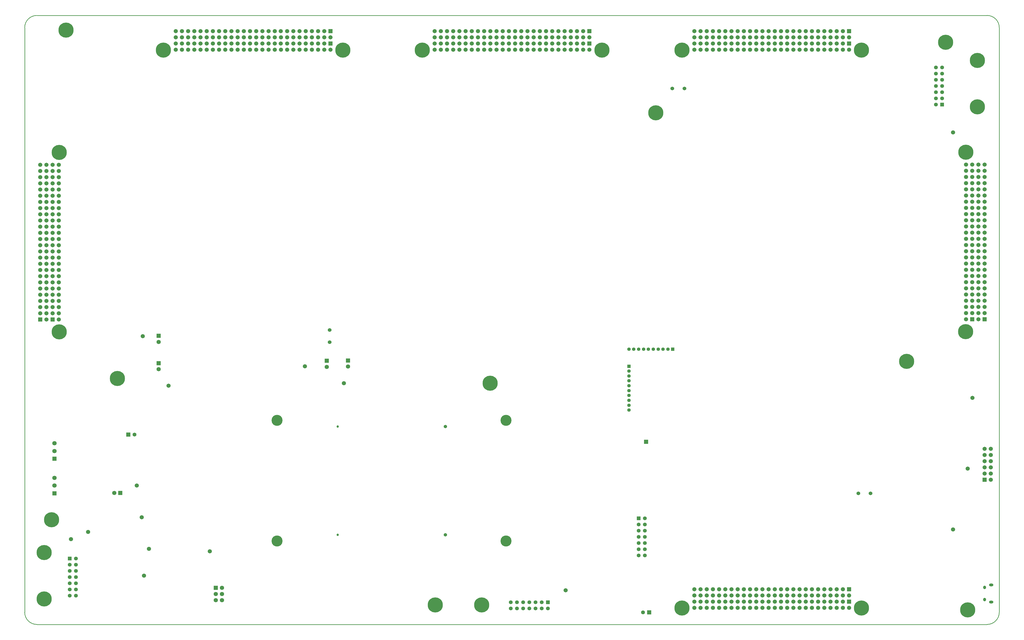
<source format=gbs>
G04*
G04 #@! TF.GenerationSoftware,Altium Limited,Altium Designer,20.0.13 (296)*
G04*
G04 Layer_Color=16711935*
%FSLAX25Y25*%
%MOIN*%
G70*
G01*
G75*
%ADD19C,0.01000*%
%ADD85R,0.06706X0.06706*%
%ADD100C,0.06706*%
%ADD101C,0.06824*%
%ADD102R,0.06824X0.06824*%
%ADD103C,0.07119*%
%ADD104R,0.07119X0.07119*%
%ADD105R,0.06194X0.06194*%
%ADD106C,0.06194*%
%ADD107C,0.05599*%
%ADD108R,0.05599X0.05599*%
%ADD109C,0.05997*%
%ADD110C,0.06304*%
%ADD111R,0.07099X0.07099*%
%ADD112R,0.07099X0.07099*%
%ADD113C,0.24422*%
%ADD114C,0.03800*%
%ADD115C,0.05398*%
%ADD116C,0.17800*%
%ADD117O,0.04540X0.05721*%
%ADD118O,0.07099X0.04343*%
%ADD119R,0.06800X0.06800*%
%ADD120C,0.06800*%
%ADD121R,0.06706X0.06706*%
%ADD122R,0.06194X0.06194*%
%ADD123R,0.05599X0.05599*%
%ADD124R,0.06800X0.06800*%
D19*
X19685Y984252D02*
G03*
X0Y964567I0J-19685D01*
G01*
X0Y19685D02*
G03*
X19685Y0I19685J0D01*
G01*
X1555118Y0D02*
G03*
X1574803Y19685I0J19685D01*
G01*
X1574803Y964567D02*
G03*
X1555118Y984252I-19685J0D01*
G01*
X19685D02*
X1555118D01*
X19685Y0D02*
X1555118D01*
X0Y19685D02*
Y964567D01*
X1574803Y19685D02*
Y964567D01*
D85*
X25118Y492913D02*
D03*
X45098D02*
D03*
X1531143Y493129D02*
D03*
X1551123D02*
D03*
X1551181Y233780D02*
D03*
D100*
X192913Y78740D02*
D03*
X35118Y732913D02*
D03*
X25118D02*
D03*
X35118Y722913D02*
D03*
X25118D02*
D03*
X35118Y712913D02*
D03*
X25118D02*
D03*
X35118Y702913D02*
D03*
X25118D02*
D03*
X35118Y692913D02*
D03*
X25118D02*
D03*
X35118Y682913D02*
D03*
X25118D02*
D03*
X35118Y672913D02*
D03*
X25118D02*
D03*
X35118Y662913D02*
D03*
X25118D02*
D03*
X35118Y652913D02*
D03*
X25118D02*
D03*
X35118Y642913D02*
D03*
X25118D02*
D03*
X35118Y632913D02*
D03*
X25118D02*
D03*
X35118Y622913D02*
D03*
X25118D02*
D03*
X35118Y612913D02*
D03*
X25118D02*
D03*
X35118Y602913D02*
D03*
X25118D02*
D03*
X35118Y592913D02*
D03*
X25118D02*
D03*
X35118Y582913D02*
D03*
X25118D02*
D03*
X35118Y572913D02*
D03*
X25118Y573012D02*
D03*
X35118Y562913D02*
D03*
X25118D02*
D03*
X35118Y552913D02*
D03*
X25118D02*
D03*
X35118Y542913D02*
D03*
X25118D02*
D03*
X35118Y532913D02*
D03*
X25118D02*
D03*
X35118Y522913D02*
D03*
X25118D02*
D03*
X35118Y512913D02*
D03*
X25118D02*
D03*
X35118Y502913D02*
D03*
X25118D02*
D03*
X35118Y492913D02*
D03*
X25118Y742913D02*
D03*
X35118D02*
D03*
X55118D02*
D03*
X45118D02*
D03*
X55118Y492913D02*
D03*
X45118Y502913D02*
D03*
X55118D02*
D03*
X45118Y512913D02*
D03*
X55118D02*
D03*
X45118Y522913D02*
D03*
X55118D02*
D03*
X45098Y532913D02*
D03*
X55118D02*
D03*
X45098Y542913D02*
D03*
X55118D02*
D03*
X45118Y552913D02*
D03*
X55118D02*
D03*
X45118Y562913D02*
D03*
X55118D02*
D03*
X45118Y573012D02*
D03*
X55118Y572913D02*
D03*
X45118Y582913D02*
D03*
X55118D02*
D03*
X45118Y592913D02*
D03*
X55118D02*
D03*
X45118Y602913D02*
D03*
X55118D02*
D03*
X45118Y612913D02*
D03*
X55118D02*
D03*
X45118Y622913D02*
D03*
X55118D02*
D03*
X45118Y632913D02*
D03*
X55118D02*
D03*
X45118Y642913D02*
D03*
X55118D02*
D03*
X45118Y652913D02*
D03*
X55118D02*
D03*
X45118Y662913D02*
D03*
X55118D02*
D03*
X45118Y672913D02*
D03*
X55118D02*
D03*
X45118Y682913D02*
D03*
X55118D02*
D03*
X45118Y692913D02*
D03*
X55118D02*
D03*
X45118Y702913D02*
D03*
X55118D02*
D03*
X45118Y712913D02*
D03*
X55118D02*
D03*
X45118Y722913D02*
D03*
X55118D02*
D03*
X45118Y732913D02*
D03*
X55118D02*
D03*
X1521123Y733130D02*
D03*
X1531123D02*
D03*
X1521123Y723130D02*
D03*
X1531123D02*
D03*
X1521123Y713130D02*
D03*
X1531123D02*
D03*
X1521123Y703129D02*
D03*
X1531123D02*
D03*
X1521123Y693129D02*
D03*
X1531123D02*
D03*
X1521123Y683130D02*
D03*
X1531123D02*
D03*
X1521123Y673130D02*
D03*
X1531123D02*
D03*
X1521123Y663130D02*
D03*
X1531123D02*
D03*
X1521123Y653129D02*
D03*
X1531123D02*
D03*
X1521123Y643129D02*
D03*
X1531123D02*
D03*
X1521123Y633130D02*
D03*
X1531123D02*
D03*
X1521123Y623130D02*
D03*
X1531123D02*
D03*
X1521123Y613130D02*
D03*
X1531123D02*
D03*
X1521123Y603129D02*
D03*
X1531123D02*
D03*
X1521123Y593129D02*
D03*
X1531123D02*
D03*
X1521123Y583130D02*
D03*
X1531123D02*
D03*
X1521123Y573130D02*
D03*
X1531123Y573228D02*
D03*
X1521123Y563130D02*
D03*
X1531123D02*
D03*
X1521123Y553129D02*
D03*
X1531123D02*
D03*
X1521123Y543129D02*
D03*
X1531143D02*
D03*
X1521123Y533130D02*
D03*
X1531143D02*
D03*
X1521123Y523130D02*
D03*
X1531123D02*
D03*
X1521123Y513130D02*
D03*
X1531123D02*
D03*
X1521123Y503129D02*
D03*
X1531123D02*
D03*
X1521123Y493129D02*
D03*
X1531123Y743129D02*
D03*
X1521123D02*
D03*
X1541123D02*
D03*
X1551123D02*
D03*
X1541123Y493129D02*
D03*
X1551123Y503129D02*
D03*
X1541123D02*
D03*
X1551123Y513130D02*
D03*
X1541123D02*
D03*
X1551123Y523130D02*
D03*
X1541123D02*
D03*
X1551123Y533130D02*
D03*
X1541123D02*
D03*
X1551123Y543129D02*
D03*
X1541123D02*
D03*
X1551123Y553129D02*
D03*
X1541123D02*
D03*
X1551123Y563130D02*
D03*
X1541123D02*
D03*
X1551123Y573228D02*
D03*
X1541123Y573130D02*
D03*
X1551123Y583130D02*
D03*
X1541123D02*
D03*
X1551123Y593129D02*
D03*
X1541123D02*
D03*
X1551123Y603129D02*
D03*
X1541123D02*
D03*
X1551123Y613130D02*
D03*
X1541123D02*
D03*
X1551123Y623130D02*
D03*
X1541123D02*
D03*
X1551123Y633130D02*
D03*
X1541123D02*
D03*
X1551123Y643129D02*
D03*
X1541123D02*
D03*
X1551123Y653129D02*
D03*
X1541123D02*
D03*
X1551123Y663130D02*
D03*
X1541123D02*
D03*
X1551123Y673130D02*
D03*
X1541123D02*
D03*
X1551123Y683130D02*
D03*
X1541123D02*
D03*
X1551123Y693129D02*
D03*
X1541123D02*
D03*
X1551123Y703129D02*
D03*
X1541123D02*
D03*
X1551123Y713130D02*
D03*
X1541123D02*
D03*
X1551123Y723130D02*
D03*
X1541123D02*
D03*
X1551123Y733130D02*
D03*
X1541123D02*
D03*
X1551181Y243779D02*
D03*
Y253780D02*
D03*
Y263779D02*
D03*
Y273780D02*
D03*
Y283780D02*
D03*
X1561181Y233780D02*
D03*
Y243779D02*
D03*
Y253780D02*
D03*
Y263779D02*
D03*
Y273780D02*
D03*
Y283780D02*
D03*
X672598Y928819D02*
D03*
Y938819D02*
D03*
X682598Y928819D02*
D03*
Y938819D02*
D03*
X692598Y928819D02*
D03*
Y938819D02*
D03*
X702598Y928819D02*
D03*
Y938819D02*
D03*
X712598Y928819D02*
D03*
Y938819D02*
D03*
X722598Y928819D02*
D03*
Y938819D02*
D03*
X732598Y928819D02*
D03*
Y938819D02*
D03*
X742598Y928819D02*
D03*
Y938819D02*
D03*
X752598Y928819D02*
D03*
Y938819D02*
D03*
X762598Y928819D02*
D03*
Y938819D02*
D03*
X772598Y928819D02*
D03*
Y938819D02*
D03*
X782598Y928819D02*
D03*
Y938819D02*
D03*
X792598Y928819D02*
D03*
Y938819D02*
D03*
X802598Y928819D02*
D03*
Y938819D02*
D03*
X812598Y928819D02*
D03*
Y938819D02*
D03*
X822598Y928819D02*
D03*
Y938819D02*
D03*
X832598Y928819D02*
D03*
X832500Y938819D02*
D03*
X842598Y928819D02*
D03*
Y938819D02*
D03*
X852598Y928819D02*
D03*
Y938819D02*
D03*
X862598Y928819D02*
D03*
Y938839D02*
D03*
X872598Y928819D02*
D03*
Y938839D02*
D03*
X882598Y928819D02*
D03*
Y938819D02*
D03*
X892598Y928819D02*
D03*
Y938819D02*
D03*
X902598Y928819D02*
D03*
Y938819D02*
D03*
X912598Y928819D02*
D03*
X662598Y938819D02*
D03*
Y928819D02*
D03*
Y948819D02*
D03*
Y958819D02*
D03*
X912598Y948819D02*
D03*
X902598Y958819D02*
D03*
Y948819D02*
D03*
X892598Y958819D02*
D03*
Y948819D02*
D03*
X882598Y958819D02*
D03*
Y948819D02*
D03*
X872598Y958819D02*
D03*
Y948819D02*
D03*
X862598Y958819D02*
D03*
Y948819D02*
D03*
X852598Y958819D02*
D03*
Y948819D02*
D03*
X842598Y958819D02*
D03*
Y948819D02*
D03*
X832500Y958819D02*
D03*
X832598Y948819D02*
D03*
X822598Y958819D02*
D03*
Y948819D02*
D03*
X812598Y958819D02*
D03*
Y948819D02*
D03*
X802598Y958819D02*
D03*
Y948819D02*
D03*
X792598Y958819D02*
D03*
Y948819D02*
D03*
X782598Y958819D02*
D03*
Y948819D02*
D03*
X772598Y958819D02*
D03*
Y948819D02*
D03*
X762598Y958819D02*
D03*
Y948819D02*
D03*
X752598Y958819D02*
D03*
Y948819D02*
D03*
X742598Y958819D02*
D03*
Y948819D02*
D03*
X732598Y958819D02*
D03*
Y948819D02*
D03*
X722598Y958819D02*
D03*
Y948819D02*
D03*
X712598Y958819D02*
D03*
Y948819D02*
D03*
X702598Y958819D02*
D03*
Y948819D02*
D03*
X692598Y958819D02*
D03*
Y948819D02*
D03*
X682598Y958819D02*
D03*
Y948819D02*
D03*
X672598Y958819D02*
D03*
Y948819D02*
D03*
X1092047Y928819D02*
D03*
Y938819D02*
D03*
X1102047Y928819D02*
D03*
Y938819D02*
D03*
X1112047Y928819D02*
D03*
Y938819D02*
D03*
X1122047Y928819D02*
D03*
Y938819D02*
D03*
X1132047Y928819D02*
D03*
Y938819D02*
D03*
X1142047Y928819D02*
D03*
Y938819D02*
D03*
X1152047Y928819D02*
D03*
Y938819D02*
D03*
X1162047Y928819D02*
D03*
Y938819D02*
D03*
X1172047Y928819D02*
D03*
Y938819D02*
D03*
X1182047Y928819D02*
D03*
Y938819D02*
D03*
X1192047Y928819D02*
D03*
Y938819D02*
D03*
X1202047Y928819D02*
D03*
Y938819D02*
D03*
X1212047Y928819D02*
D03*
Y938819D02*
D03*
X1222047Y928819D02*
D03*
Y938819D02*
D03*
X1232047Y928819D02*
D03*
Y938819D02*
D03*
X1242047Y928819D02*
D03*
Y938819D02*
D03*
X1252047Y928819D02*
D03*
X1251949Y938819D02*
D03*
X1262047Y928819D02*
D03*
Y938819D02*
D03*
X1272047Y928819D02*
D03*
Y938819D02*
D03*
X1282047Y928819D02*
D03*
Y938839D02*
D03*
X1292047Y928819D02*
D03*
Y938839D02*
D03*
X1302047Y928819D02*
D03*
Y938819D02*
D03*
X1312047Y928819D02*
D03*
Y938819D02*
D03*
X1322047Y928819D02*
D03*
Y938819D02*
D03*
X1332047Y928819D02*
D03*
X1082047Y938819D02*
D03*
Y928819D02*
D03*
Y948819D02*
D03*
Y958819D02*
D03*
X1332047Y948819D02*
D03*
X1322047Y958819D02*
D03*
Y948819D02*
D03*
X1312047Y958819D02*
D03*
Y948819D02*
D03*
X1302047Y958819D02*
D03*
Y948819D02*
D03*
X1292047Y958819D02*
D03*
Y948819D02*
D03*
X1282047Y958819D02*
D03*
Y948819D02*
D03*
X1272047Y958819D02*
D03*
Y948819D02*
D03*
X1262047Y958819D02*
D03*
Y948819D02*
D03*
X1251949Y958819D02*
D03*
X1252047Y948819D02*
D03*
X1242047Y958819D02*
D03*
Y948819D02*
D03*
X1232047Y958819D02*
D03*
Y948819D02*
D03*
X1222047Y958819D02*
D03*
Y948819D02*
D03*
X1212047Y958819D02*
D03*
Y948819D02*
D03*
X1202047Y958819D02*
D03*
Y948819D02*
D03*
X1192047Y958819D02*
D03*
Y948819D02*
D03*
X1182047Y958819D02*
D03*
Y948819D02*
D03*
X1172047Y958819D02*
D03*
Y948819D02*
D03*
X1162047Y958819D02*
D03*
Y948819D02*
D03*
X1152047Y958819D02*
D03*
Y948819D02*
D03*
X1142047Y958819D02*
D03*
Y948819D02*
D03*
X1132047Y958819D02*
D03*
Y948819D02*
D03*
X1122047Y958819D02*
D03*
Y948819D02*
D03*
X1112047Y958819D02*
D03*
Y948819D02*
D03*
X1102047Y958819D02*
D03*
Y948819D02*
D03*
X1092047Y958819D02*
D03*
Y948819D02*
D03*
X1092159Y26942D02*
D03*
Y36942D02*
D03*
X1102159Y26942D02*
D03*
Y36942D02*
D03*
X1112159Y26942D02*
D03*
Y36942D02*
D03*
X1122159Y26942D02*
D03*
Y36942D02*
D03*
X1132159Y26942D02*
D03*
Y36942D02*
D03*
X1142159Y26942D02*
D03*
Y36942D02*
D03*
X1152159Y26942D02*
D03*
Y36942D02*
D03*
X1162159Y26942D02*
D03*
Y36942D02*
D03*
X1172159Y26942D02*
D03*
Y36942D02*
D03*
X1182159Y26942D02*
D03*
Y36942D02*
D03*
X1192159Y26942D02*
D03*
Y36942D02*
D03*
X1202159Y26942D02*
D03*
Y36942D02*
D03*
X1212159Y26942D02*
D03*
Y36942D02*
D03*
X1222159Y26942D02*
D03*
Y36942D02*
D03*
X1232159Y26942D02*
D03*
Y36942D02*
D03*
X1242159Y26942D02*
D03*
Y36942D02*
D03*
X1252159Y26942D02*
D03*
X1252060Y36942D02*
D03*
X1262159Y26942D02*
D03*
Y36942D02*
D03*
X1272159Y26942D02*
D03*
Y36942D02*
D03*
X1282159Y26942D02*
D03*
Y36961D02*
D03*
X1292159Y26942D02*
D03*
Y36961D02*
D03*
X1302159Y26942D02*
D03*
Y36942D02*
D03*
X1312159Y26942D02*
D03*
Y36942D02*
D03*
X1322159Y26942D02*
D03*
Y36942D02*
D03*
X1332159Y26942D02*
D03*
X1082159Y36942D02*
D03*
Y26942D02*
D03*
Y46942D02*
D03*
Y56942D02*
D03*
X1332159Y46942D02*
D03*
X1322159Y56942D02*
D03*
Y46942D02*
D03*
X1312159Y56942D02*
D03*
Y46942D02*
D03*
X1302159Y56942D02*
D03*
Y46942D02*
D03*
X1292159Y56942D02*
D03*
Y46942D02*
D03*
X1282159Y56942D02*
D03*
Y46942D02*
D03*
X1272159Y56942D02*
D03*
Y46942D02*
D03*
X1262159Y56942D02*
D03*
Y46942D02*
D03*
X1252060Y56942D02*
D03*
X1252159Y46942D02*
D03*
X1242159Y56942D02*
D03*
Y46942D02*
D03*
X1232159Y56942D02*
D03*
Y46942D02*
D03*
X1222159Y56942D02*
D03*
Y46942D02*
D03*
X1212159Y56942D02*
D03*
Y46942D02*
D03*
X1202159Y56942D02*
D03*
Y46942D02*
D03*
X1192159Y56942D02*
D03*
Y46942D02*
D03*
X1182159Y56942D02*
D03*
Y46942D02*
D03*
X1172159Y56942D02*
D03*
Y46942D02*
D03*
X1162159Y56942D02*
D03*
Y46942D02*
D03*
X1152159Y56942D02*
D03*
Y46942D02*
D03*
X1142159Y56942D02*
D03*
Y46942D02*
D03*
X1132159Y56942D02*
D03*
Y46942D02*
D03*
X1122159Y56942D02*
D03*
Y46942D02*
D03*
X1112159Y56942D02*
D03*
Y46942D02*
D03*
X1102159Y56942D02*
D03*
Y46942D02*
D03*
X1092159Y56942D02*
D03*
Y46942D02*
D03*
X254016Y928819D02*
D03*
Y938819D02*
D03*
X264016Y928819D02*
D03*
Y938819D02*
D03*
X274016Y928819D02*
D03*
Y938819D02*
D03*
X284016Y928819D02*
D03*
Y938819D02*
D03*
X294016Y928819D02*
D03*
Y938819D02*
D03*
X304016Y928819D02*
D03*
Y938819D02*
D03*
X314016Y928819D02*
D03*
Y938819D02*
D03*
X324016Y928819D02*
D03*
Y938819D02*
D03*
X334016Y928819D02*
D03*
Y938819D02*
D03*
X344016Y928819D02*
D03*
Y938819D02*
D03*
X354016Y928819D02*
D03*
Y938819D02*
D03*
X364016Y928819D02*
D03*
Y938819D02*
D03*
X374016Y928819D02*
D03*
Y938819D02*
D03*
X384016Y928819D02*
D03*
Y938819D02*
D03*
X394016Y928819D02*
D03*
Y938819D02*
D03*
X404016Y928819D02*
D03*
Y938819D02*
D03*
X414016Y928819D02*
D03*
X413917Y938819D02*
D03*
X424016Y928819D02*
D03*
Y938819D02*
D03*
X434016Y928819D02*
D03*
Y938819D02*
D03*
X444016Y928819D02*
D03*
Y938839D02*
D03*
X454016Y928819D02*
D03*
Y938839D02*
D03*
X464016Y928819D02*
D03*
Y938819D02*
D03*
X474016Y928819D02*
D03*
Y938819D02*
D03*
X484016Y928819D02*
D03*
Y938819D02*
D03*
X494016Y928819D02*
D03*
X244016Y938819D02*
D03*
Y928819D02*
D03*
Y948819D02*
D03*
Y958819D02*
D03*
X494016Y948819D02*
D03*
X484016Y958819D02*
D03*
Y948819D02*
D03*
X474016Y958819D02*
D03*
Y948819D02*
D03*
X464016Y958819D02*
D03*
Y948819D02*
D03*
X454016Y958819D02*
D03*
Y948819D02*
D03*
X444016Y958819D02*
D03*
Y948819D02*
D03*
X434016Y958819D02*
D03*
Y948819D02*
D03*
X424016Y958819D02*
D03*
Y948819D02*
D03*
X413917Y958819D02*
D03*
X414016Y948819D02*
D03*
X404016Y958819D02*
D03*
Y948819D02*
D03*
X394016Y958819D02*
D03*
Y948819D02*
D03*
X384016Y958819D02*
D03*
Y948819D02*
D03*
X374016Y958819D02*
D03*
Y948819D02*
D03*
X364016Y958819D02*
D03*
Y948819D02*
D03*
X354016Y958819D02*
D03*
Y948819D02*
D03*
X344016Y958819D02*
D03*
Y948819D02*
D03*
X334016Y958819D02*
D03*
Y948819D02*
D03*
X324016Y958819D02*
D03*
Y948819D02*
D03*
X314016Y958819D02*
D03*
Y948819D02*
D03*
X304016Y958819D02*
D03*
Y948819D02*
D03*
X294016Y958819D02*
D03*
Y948819D02*
D03*
X284016Y958819D02*
D03*
Y948819D02*
D03*
X274016Y958819D02*
D03*
Y948819D02*
D03*
X264016Y958819D02*
D03*
Y948819D02*
D03*
X254016Y958819D02*
D03*
Y948819D02*
D03*
X102362Y149606D02*
D03*
X188976Y173228D02*
D03*
X200787Y122047D02*
D03*
X74803Y137795D02*
D03*
X1500000Y153543D02*
D03*
X299213Y118110D02*
D03*
X1523622Y251717D02*
D03*
X1531496Y366142D02*
D03*
X232535Y385827D02*
D03*
X190782Y465737D02*
D03*
X452756Y417323D02*
D03*
X874016Y55118D02*
D03*
X1500000Y795276D02*
D03*
X515748Y389764D02*
D03*
X181102Y224410D02*
D03*
D101*
X318898Y49055D02*
D03*
Y39055D02*
D03*
X308898Y49055D02*
D03*
Y39055D02*
D03*
X318898Y59055D02*
D03*
D102*
X308898D02*
D03*
D103*
X48207Y237008D02*
D03*
Y224410D02*
D03*
X48185Y292913D02*
D03*
Y280315D02*
D03*
D104*
X48207Y211811D02*
D03*
X48185Y267717D02*
D03*
D105*
X1482442Y840079D02*
D03*
X72677Y106614D02*
D03*
X992126Y171417D02*
D03*
D106*
X1472442Y840079D02*
D03*
X1482442Y850079D02*
D03*
X1472442D02*
D03*
X1482442Y860079D02*
D03*
X1472442D02*
D03*
X1482442Y870079D02*
D03*
X1472442D02*
D03*
X1482442Y880079D02*
D03*
X1472442D02*
D03*
X1482442Y890079D02*
D03*
X1472442D02*
D03*
X1482442Y900079D02*
D03*
X1472442D02*
D03*
X82677Y106614D02*
D03*
X72677Y96614D02*
D03*
X82677D02*
D03*
X72677Y86614D02*
D03*
X82677D02*
D03*
X72677Y76614D02*
D03*
X82677D02*
D03*
X72677Y66614D02*
D03*
X82677D02*
D03*
X72677Y56614D02*
D03*
X82677D02*
D03*
X72677Y46614D02*
D03*
X82677D02*
D03*
X845273Y25708D02*
D03*
X835273Y35708D02*
D03*
Y25708D02*
D03*
X825272Y35708D02*
D03*
Y25708D02*
D03*
X815273Y35708D02*
D03*
Y25708D02*
D03*
X805272Y35708D02*
D03*
Y25708D02*
D03*
X795272Y35708D02*
D03*
Y25708D02*
D03*
X785273Y35708D02*
D03*
Y25708D02*
D03*
X1002126Y171417D02*
D03*
X992126Y161417D02*
D03*
X1002126D02*
D03*
X992126Y151417D02*
D03*
X1002126D02*
D03*
X992126Y141417D02*
D03*
X1002126D02*
D03*
X992126Y131417D02*
D03*
X1002126D02*
D03*
X992126Y121417D02*
D03*
X1002126D02*
D03*
X992126Y111417D02*
D03*
X1002126D02*
D03*
D107*
X976378Y346457D02*
D03*
Y354331D02*
D03*
Y362205D02*
D03*
Y370079D02*
D03*
Y377953D02*
D03*
Y385827D02*
D03*
Y393701D02*
D03*
Y401575D02*
D03*
Y409449D02*
D03*
X1039370Y444882D02*
D03*
X1031496D02*
D03*
X1023622D02*
D03*
X1015748D02*
D03*
X1007874D02*
D03*
X1000000D02*
D03*
X992126D02*
D03*
X984252D02*
D03*
X976378D02*
D03*
D108*
Y417323D02*
D03*
D109*
X1046370Y866112D02*
D03*
X1066055Y866151D02*
D03*
X492908Y456227D02*
D03*
X492869Y475913D02*
D03*
X1366645Y211819D02*
D03*
X1346960Y211779D02*
D03*
D110*
X998937Y19685D02*
D03*
X177326Y306981D02*
D03*
D111*
X1008937Y19685D02*
D03*
X167326Y306981D02*
D03*
D112*
X1003937Y295276D02*
D03*
D113*
X55665Y472866D02*
D03*
X55610Y762959D02*
D03*
X1520631Y763175D02*
D03*
X1520576Y473082D02*
D03*
X66929Y960630D02*
D03*
X1539370Y911516D02*
D03*
Y836516D02*
D03*
X642553Y928327D02*
D03*
X932646Y928272D02*
D03*
X1062002Y928327D02*
D03*
X1352094Y928272D02*
D03*
X1062113Y26450D02*
D03*
X1352206Y26395D02*
D03*
X223970Y928327D02*
D03*
X514063Y928272D02*
D03*
X1523622Y23622D02*
D03*
X1488189Y940945D02*
D03*
X43307Y169291D02*
D03*
X1425197Y425197D02*
D03*
X751968Y389764D02*
D03*
X149606Y397638D02*
D03*
X1019685Y826772D02*
D03*
X31496Y116240D02*
D03*
Y41240D02*
D03*
X663287Y31496D02*
D03*
X738287D02*
D03*
D114*
X505913Y319882D02*
D03*
Y144882D02*
D03*
D115*
X679913Y319882D02*
D03*
Y144882D02*
D03*
D116*
X777913Y329832D02*
D03*
X407913Y134832D02*
D03*
Y329832D02*
D03*
X777913Y134832D02*
D03*
D117*
X1551181Y59842D02*
D03*
Y40157D02*
D03*
D118*
X1561811Y36220D02*
D03*
Y63779D02*
D03*
D119*
X488189Y426181D02*
D03*
X522453Y426602D02*
D03*
X216535Y422244D02*
D03*
Y466535D02*
D03*
D120*
X488189Y416339D02*
D03*
X144685Y212598D02*
D03*
X522453Y416760D02*
D03*
X216535Y412402D02*
D03*
Y456693D02*
D03*
D121*
X912598Y938839D02*
D03*
Y958819D02*
D03*
X1332047Y938839D02*
D03*
Y958819D02*
D03*
X1332159Y36961D02*
D03*
Y56942D02*
D03*
X494016Y938839D02*
D03*
Y958819D02*
D03*
D122*
X845273Y35708D02*
D03*
D123*
X1047244Y444882D02*
D03*
D124*
X154528Y212598D02*
D03*
M02*

</source>
